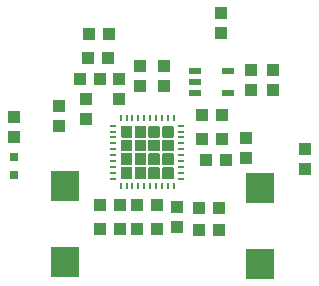
<source format=gbr>
G04 EAGLE Gerber RS-274X export*
G75*
%MOMM*%
%FSLAX34Y34*%
%LPD*%
%INSolderpaste Top*%
%IPPOS*%
%AMOC8*
5,1,8,0,0,1.08239X$1,22.5*%
G01*
%ADD10R,0.800000X0.800000*%
%ADD11R,1.100000X1.000000*%
%ADD12R,0.600000X0.250000*%
%ADD13R,0.250000X0.600000*%
%ADD14R,2.400000X2.600000*%
%ADD15R,1.000000X1.100000*%
%ADD16R,1.000000X0.600000*%

G36*
X332513Y356645D02*
X332513Y356645D01*
X332516Y356644D01*
X332599Y356681D01*
X333099Y357181D01*
X333101Y357184D01*
X333103Y357185D01*
X333136Y357270D01*
X333136Y365870D01*
X333135Y365873D01*
X333136Y365876D01*
X333099Y365959D01*
X332599Y366459D01*
X332596Y366461D01*
X332595Y366463D01*
X332510Y366496D01*
X323910Y366496D01*
X323907Y366495D01*
X323904Y366496D01*
X323821Y366459D01*
X323321Y365959D01*
X323320Y365956D01*
X323317Y365955D01*
X323284Y365870D01*
X323284Y357270D01*
X323285Y357267D01*
X323284Y357264D01*
X323321Y357181D01*
X323821Y356681D01*
X323824Y356680D01*
X323825Y356677D01*
X323910Y356644D01*
X332510Y356644D01*
X332513Y356645D01*
G37*
G36*
X355713Y356645D02*
X355713Y356645D01*
X355716Y356644D01*
X355799Y356681D01*
X356299Y357181D01*
X356301Y357184D01*
X356303Y357185D01*
X356336Y357270D01*
X356336Y365870D01*
X356335Y365873D01*
X356336Y365876D01*
X356299Y365959D01*
X355799Y366459D01*
X355796Y366461D01*
X355795Y366463D01*
X355710Y366496D01*
X347110Y366496D01*
X347107Y366495D01*
X347104Y366496D01*
X347021Y366459D01*
X346521Y365959D01*
X346520Y365956D01*
X346517Y365955D01*
X346484Y365870D01*
X346484Y357270D01*
X346485Y357267D01*
X346484Y357264D01*
X346521Y357181D01*
X347021Y356681D01*
X347024Y356680D01*
X347025Y356677D01*
X347110Y356644D01*
X355710Y356644D01*
X355713Y356645D01*
G37*
G36*
X344113Y356645D02*
X344113Y356645D01*
X344116Y356644D01*
X344199Y356681D01*
X344699Y357181D01*
X344701Y357184D01*
X344703Y357185D01*
X344736Y357270D01*
X344736Y365870D01*
X344735Y365873D01*
X344736Y365876D01*
X344699Y365959D01*
X344199Y366459D01*
X344196Y366461D01*
X344195Y366463D01*
X344110Y366496D01*
X335510Y366496D01*
X335507Y366495D01*
X335504Y366496D01*
X335421Y366459D01*
X334921Y365959D01*
X334920Y365956D01*
X334917Y365955D01*
X334884Y365870D01*
X334884Y357270D01*
X334885Y357267D01*
X334884Y357264D01*
X334921Y357181D01*
X335421Y356681D01*
X335424Y356680D01*
X335425Y356677D01*
X335510Y356644D01*
X344110Y356644D01*
X344113Y356645D01*
G37*
G36*
X320913Y356645D02*
X320913Y356645D01*
X320916Y356644D01*
X320999Y356681D01*
X321499Y357181D01*
X321501Y357184D01*
X321503Y357185D01*
X321536Y357270D01*
X321536Y365870D01*
X321535Y365873D01*
X321536Y365876D01*
X321499Y365959D01*
X320999Y366459D01*
X320996Y366461D01*
X320995Y366463D01*
X320910Y366496D01*
X312310Y366496D01*
X312307Y366495D01*
X312304Y366496D01*
X312221Y366459D01*
X311721Y365959D01*
X311720Y365956D01*
X311717Y365955D01*
X311684Y365870D01*
X311684Y357270D01*
X311685Y357267D01*
X311684Y357264D01*
X311721Y357181D01*
X312221Y356681D01*
X312224Y356680D01*
X312225Y356677D01*
X312310Y356644D01*
X320910Y356644D01*
X320913Y356645D01*
G37*
G36*
X332513Y345045D02*
X332513Y345045D01*
X332516Y345044D01*
X332599Y345081D01*
X333099Y345581D01*
X333101Y345584D01*
X333103Y345585D01*
X333136Y345670D01*
X333136Y354270D01*
X333135Y354273D01*
X333136Y354276D01*
X333099Y354359D01*
X332599Y354859D01*
X332596Y354861D01*
X332595Y354863D01*
X332510Y354896D01*
X323910Y354896D01*
X323907Y354895D01*
X323904Y354896D01*
X323821Y354859D01*
X323321Y354359D01*
X323320Y354356D01*
X323317Y354355D01*
X323284Y354270D01*
X323284Y345670D01*
X323285Y345667D01*
X323284Y345664D01*
X323321Y345581D01*
X323821Y345081D01*
X323824Y345080D01*
X323825Y345077D01*
X323910Y345044D01*
X332510Y345044D01*
X332513Y345045D01*
G37*
G36*
X320913Y345045D02*
X320913Y345045D01*
X320916Y345044D01*
X320999Y345081D01*
X321499Y345581D01*
X321501Y345584D01*
X321503Y345585D01*
X321536Y345670D01*
X321536Y354270D01*
X321535Y354273D01*
X321536Y354276D01*
X321499Y354359D01*
X320999Y354859D01*
X320996Y354861D01*
X320995Y354863D01*
X320910Y354896D01*
X312310Y354896D01*
X312307Y354895D01*
X312304Y354896D01*
X312221Y354859D01*
X311721Y354359D01*
X311720Y354356D01*
X311717Y354355D01*
X311684Y354270D01*
X311684Y345670D01*
X311685Y345667D01*
X311684Y345664D01*
X311721Y345581D01*
X312221Y345081D01*
X312224Y345080D01*
X312225Y345077D01*
X312310Y345044D01*
X320910Y345044D01*
X320913Y345045D01*
G37*
G36*
X355713Y345045D02*
X355713Y345045D01*
X355716Y345044D01*
X355799Y345081D01*
X356299Y345581D01*
X356301Y345584D01*
X356303Y345585D01*
X356336Y345670D01*
X356336Y354270D01*
X356335Y354273D01*
X356336Y354276D01*
X356299Y354359D01*
X355799Y354859D01*
X355796Y354861D01*
X355795Y354863D01*
X355710Y354896D01*
X347110Y354896D01*
X347107Y354895D01*
X347104Y354896D01*
X347021Y354859D01*
X346521Y354359D01*
X346520Y354356D01*
X346517Y354355D01*
X346484Y354270D01*
X346484Y345670D01*
X346485Y345667D01*
X346484Y345664D01*
X346521Y345581D01*
X347021Y345081D01*
X347024Y345080D01*
X347025Y345077D01*
X347110Y345044D01*
X355710Y345044D01*
X355713Y345045D01*
G37*
G36*
X344113Y345045D02*
X344113Y345045D01*
X344116Y345044D01*
X344199Y345081D01*
X344699Y345581D01*
X344701Y345584D01*
X344703Y345585D01*
X344736Y345670D01*
X344736Y354270D01*
X344735Y354273D01*
X344736Y354276D01*
X344699Y354359D01*
X344199Y354859D01*
X344196Y354861D01*
X344195Y354863D01*
X344110Y354896D01*
X335510Y354896D01*
X335507Y354895D01*
X335504Y354896D01*
X335421Y354859D01*
X334921Y354359D01*
X334920Y354356D01*
X334917Y354355D01*
X334884Y354270D01*
X334884Y345670D01*
X334885Y345667D01*
X334884Y345664D01*
X334921Y345581D01*
X335421Y345081D01*
X335424Y345080D01*
X335425Y345077D01*
X335510Y345044D01*
X344110Y345044D01*
X344113Y345045D01*
G37*
G36*
X320913Y333445D02*
X320913Y333445D01*
X320916Y333444D01*
X320999Y333481D01*
X321499Y333981D01*
X321501Y333984D01*
X321503Y333985D01*
X321536Y334070D01*
X321536Y342670D01*
X321535Y342673D01*
X321536Y342676D01*
X321499Y342759D01*
X320999Y343259D01*
X320996Y343261D01*
X320995Y343263D01*
X320910Y343296D01*
X312310Y343296D01*
X312307Y343295D01*
X312304Y343296D01*
X312221Y343259D01*
X311721Y342759D01*
X311720Y342756D01*
X311717Y342755D01*
X311684Y342670D01*
X311684Y334070D01*
X311685Y334067D01*
X311684Y334064D01*
X311721Y333981D01*
X312221Y333481D01*
X312224Y333480D01*
X312225Y333477D01*
X312310Y333444D01*
X320910Y333444D01*
X320913Y333445D01*
G37*
G36*
X344113Y333445D02*
X344113Y333445D01*
X344116Y333444D01*
X344199Y333481D01*
X344699Y333981D01*
X344701Y333984D01*
X344703Y333985D01*
X344736Y334070D01*
X344736Y342670D01*
X344735Y342673D01*
X344736Y342676D01*
X344699Y342759D01*
X344199Y343259D01*
X344196Y343261D01*
X344195Y343263D01*
X344110Y343296D01*
X335510Y343296D01*
X335507Y343295D01*
X335504Y343296D01*
X335421Y343259D01*
X334921Y342759D01*
X334920Y342756D01*
X334917Y342755D01*
X334884Y342670D01*
X334884Y334070D01*
X334885Y334067D01*
X334884Y334064D01*
X334921Y333981D01*
X335421Y333481D01*
X335424Y333480D01*
X335425Y333477D01*
X335510Y333444D01*
X344110Y333444D01*
X344113Y333445D01*
G37*
G36*
X355713Y333445D02*
X355713Y333445D01*
X355716Y333444D01*
X355799Y333481D01*
X356299Y333981D01*
X356301Y333984D01*
X356303Y333985D01*
X356336Y334070D01*
X356336Y342670D01*
X356335Y342673D01*
X356336Y342676D01*
X356299Y342759D01*
X355799Y343259D01*
X355796Y343261D01*
X355795Y343263D01*
X355710Y343296D01*
X347110Y343296D01*
X347107Y343295D01*
X347104Y343296D01*
X347021Y343259D01*
X346521Y342759D01*
X346520Y342756D01*
X346517Y342755D01*
X346484Y342670D01*
X346484Y334070D01*
X346485Y334067D01*
X346484Y334064D01*
X346521Y333981D01*
X347021Y333481D01*
X347024Y333480D01*
X347025Y333477D01*
X347110Y333444D01*
X355710Y333444D01*
X355713Y333445D01*
G37*
G36*
X332513Y333445D02*
X332513Y333445D01*
X332516Y333444D01*
X332599Y333481D01*
X333099Y333981D01*
X333101Y333984D01*
X333103Y333985D01*
X333136Y334070D01*
X333136Y342670D01*
X333135Y342673D01*
X333136Y342676D01*
X333099Y342759D01*
X332599Y343259D01*
X332596Y343261D01*
X332595Y343263D01*
X332510Y343296D01*
X323910Y343296D01*
X323907Y343295D01*
X323904Y343296D01*
X323821Y343259D01*
X323321Y342759D01*
X323320Y342756D01*
X323317Y342755D01*
X323284Y342670D01*
X323284Y334070D01*
X323285Y334067D01*
X323284Y334064D01*
X323321Y333981D01*
X323821Y333481D01*
X323824Y333480D01*
X323825Y333477D01*
X323910Y333444D01*
X332510Y333444D01*
X332513Y333445D01*
G37*
G36*
X320913Y321845D02*
X320913Y321845D01*
X320916Y321844D01*
X320999Y321881D01*
X321499Y322381D01*
X321501Y322384D01*
X321503Y322385D01*
X321536Y322470D01*
X321536Y331070D01*
X321535Y331073D01*
X321536Y331076D01*
X321499Y331159D01*
X320999Y331659D01*
X320996Y331661D01*
X320995Y331663D01*
X320910Y331696D01*
X312310Y331696D01*
X312307Y331695D01*
X312304Y331696D01*
X312221Y331659D01*
X311721Y331159D01*
X311720Y331156D01*
X311717Y331155D01*
X311684Y331070D01*
X311684Y322470D01*
X311685Y322467D01*
X311684Y322464D01*
X311721Y322381D01*
X312221Y321881D01*
X312224Y321880D01*
X312225Y321877D01*
X312310Y321844D01*
X320910Y321844D01*
X320913Y321845D01*
G37*
G36*
X355713Y321845D02*
X355713Y321845D01*
X355716Y321844D01*
X355799Y321881D01*
X356299Y322381D01*
X356301Y322384D01*
X356303Y322385D01*
X356336Y322470D01*
X356336Y331070D01*
X356335Y331073D01*
X356336Y331076D01*
X356299Y331159D01*
X355799Y331659D01*
X355796Y331661D01*
X355795Y331663D01*
X355710Y331696D01*
X347110Y331696D01*
X347107Y331695D01*
X347104Y331696D01*
X347021Y331659D01*
X346521Y331159D01*
X346520Y331156D01*
X346517Y331155D01*
X346484Y331070D01*
X346484Y322470D01*
X346485Y322467D01*
X346484Y322464D01*
X346521Y322381D01*
X347021Y321881D01*
X347024Y321880D01*
X347025Y321877D01*
X347110Y321844D01*
X355710Y321844D01*
X355713Y321845D01*
G37*
G36*
X344113Y321845D02*
X344113Y321845D01*
X344116Y321844D01*
X344199Y321881D01*
X344699Y322381D01*
X344701Y322384D01*
X344703Y322385D01*
X344736Y322470D01*
X344736Y331070D01*
X344735Y331073D01*
X344736Y331076D01*
X344699Y331159D01*
X344199Y331659D01*
X344196Y331661D01*
X344195Y331663D01*
X344110Y331696D01*
X335510Y331696D01*
X335507Y331695D01*
X335504Y331696D01*
X335421Y331659D01*
X334921Y331159D01*
X334920Y331156D01*
X334917Y331155D01*
X334884Y331070D01*
X334884Y322470D01*
X334885Y322467D01*
X334884Y322464D01*
X334921Y322381D01*
X335421Y321881D01*
X335424Y321880D01*
X335425Y321877D01*
X335510Y321844D01*
X344110Y321844D01*
X344113Y321845D01*
G37*
G36*
X332513Y321845D02*
X332513Y321845D01*
X332516Y321844D01*
X332599Y321881D01*
X333099Y322381D01*
X333101Y322384D01*
X333103Y322385D01*
X333136Y322470D01*
X333136Y331070D01*
X333135Y331073D01*
X333136Y331076D01*
X333099Y331159D01*
X332599Y331659D01*
X332596Y331661D01*
X332595Y331663D01*
X332510Y331696D01*
X323910Y331696D01*
X323907Y331695D01*
X323904Y331696D01*
X323821Y331659D01*
X323321Y331159D01*
X323320Y331156D01*
X323317Y331155D01*
X323284Y331070D01*
X323284Y322470D01*
X323285Y322467D01*
X323284Y322464D01*
X323321Y322381D01*
X323821Y321881D01*
X323824Y321880D01*
X323825Y321877D01*
X323910Y321844D01*
X332510Y321844D01*
X332513Y321845D01*
G37*
D10*
X221171Y339968D03*
X221171Y324968D03*
D11*
X467345Y329824D03*
X467345Y346824D03*
X221286Y356737D03*
X221286Y373737D03*
D12*
X305010Y366670D03*
X305010Y361670D03*
X305010Y356670D03*
X305010Y351670D03*
X305010Y346670D03*
X305010Y341670D03*
X305010Y336670D03*
X305010Y331670D03*
X305010Y326670D03*
X305010Y321670D03*
D13*
X311510Y315170D03*
X316510Y315170D03*
X321510Y315170D03*
X326510Y315170D03*
X331510Y315170D03*
X336510Y315170D03*
X341510Y315170D03*
X346510Y315170D03*
X351510Y315170D03*
X356510Y315170D03*
D12*
X363010Y321670D03*
X363010Y326670D03*
X363010Y331670D03*
X363010Y336670D03*
X363010Y341670D03*
X363010Y346670D03*
X363010Y351670D03*
X363010Y356670D03*
X363010Y361670D03*
X363010Y366670D03*
D13*
X356510Y373170D03*
X351510Y373170D03*
X346510Y373170D03*
X341510Y373170D03*
X336510Y373170D03*
X331510Y373170D03*
X326510Y373170D03*
X321510Y373170D03*
X316510Y373170D03*
X311510Y373170D03*
D14*
X429260Y249690D03*
X429260Y313690D03*
D11*
X394580Y278130D03*
X377580Y278130D03*
X394580Y297180D03*
X377580Y297180D03*
D14*
X264160Y315210D03*
X264160Y251210D03*
D11*
X310760Y299720D03*
X293760Y299720D03*
X310760Y279400D03*
X293760Y279400D03*
D15*
X281940Y372500D03*
X281940Y389500D03*
D11*
X259080Y366540D03*
X259080Y383540D03*
D15*
X359410Y298060D03*
X359410Y281060D03*
X347980Y400440D03*
X347980Y417440D03*
X327660Y400440D03*
X327660Y417440D03*
D11*
X325510Y279400D03*
X342510Y279400D03*
X325510Y299720D03*
X342510Y299720D03*
D15*
X309880Y389010D03*
X309880Y406010D03*
D11*
X294250Y406400D03*
X277250Y406400D03*
X380120Y375920D03*
X397120Y375920D03*
X380120Y355600D03*
X397120Y355600D03*
D15*
X417830Y339480D03*
X417830Y356480D03*
X396240Y461890D03*
X396240Y444890D03*
D11*
X383930Y337820D03*
X400930Y337820D03*
D16*
X374870Y413360D03*
X374870Y403860D03*
X374870Y394360D03*
X402370Y394360D03*
X402370Y413360D03*
D15*
X440690Y413630D03*
X440690Y396630D03*
X421640Y413630D03*
X421640Y396630D03*
D11*
X300600Y424180D03*
X283600Y424180D03*
X301870Y444500D03*
X284870Y444500D03*
M02*

</source>
